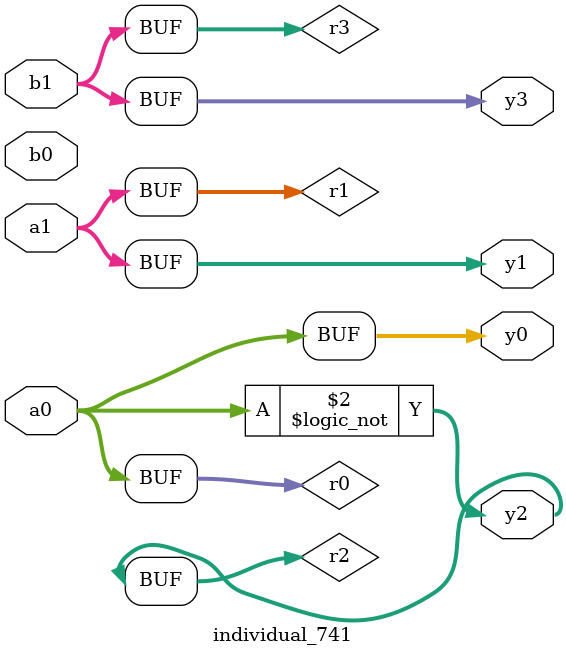
<source format=sv>
module individual_741(input logic [15:0] a1, input logic [15:0] a0, input logic [15:0] b1, input logic [15:0] b0, output logic [15:0] y3, output logic [15:0] y2, output logic [15:0] y1, output logic [15:0] y0);
logic [15:0] r0, r1, r2, r3; 
 always@(*) begin 
	 r0 = a0; r1 = a1; r2 = b0; r3 = b1; 
 	 r2 = ! r0 ;
 	 y3 = r3; y2 = r2; y1 = r1; y0 = r0; 
end
endmodule
</source>
